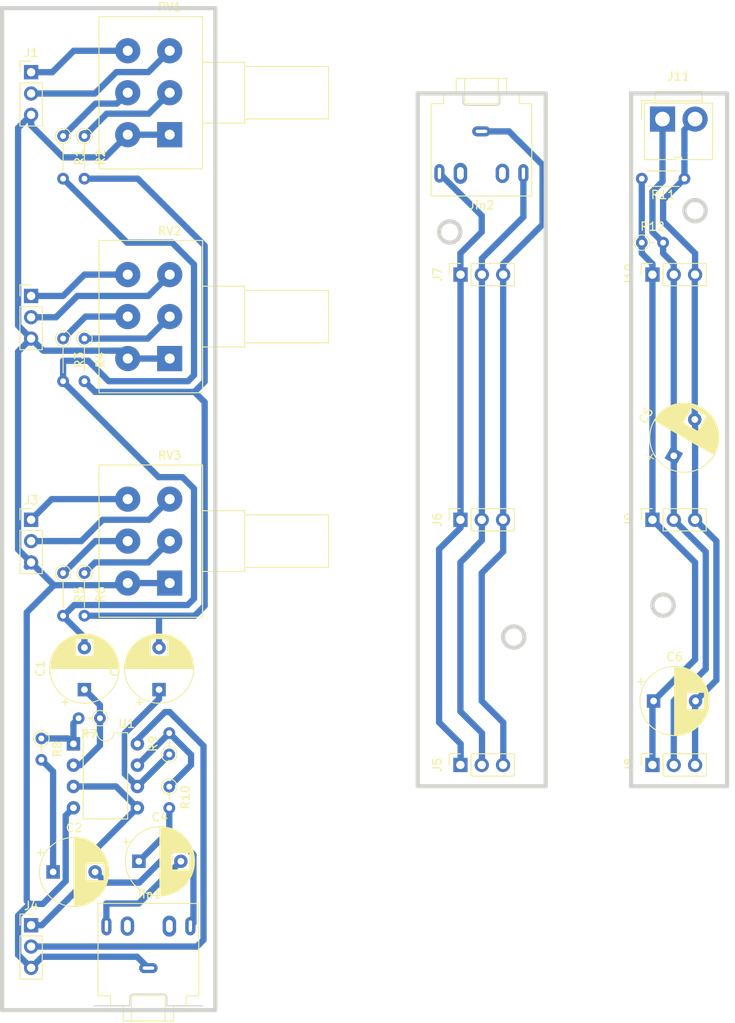
<source format=kicad_pcb>
(kicad_pcb (version 20221018) (generator pcbnew)
  (layers (0 "F.Cu" signal) (31 "B.Cu" signal) (34 "B.Paste" user) (35 "F.Paste" user) (36 "B.SilkS" user "B.Silkscreen") (37 "F.SilkS" user "F.Silkscreen") (38 "B.Mask" user) (39 "F.Mask" user) (44 "Edge.Cuts" user))
  (net 0 "")
  (net 1 "Net-(U1A--)")
  (net 2 "Net-(C1-Pad2)")
  (net 3 "Net-(C2-Pad1)")
  (net 4 "Net-(C2-Pad2)")
  (net 5 "Net-(U1B--)")
  (net 6 "Net-(C3-Pad2)")
  (net 7 "Net-(C4-Pad1)")
  (net 8 "Net-(C4-Pad2)")
  (net 9 "Net-(J1-Pin_1)")
  (net 10 "Net-(J1-Pin_2)")
  (net 11 "GND")
  (net 12 "Net-(J2-Pin_1)")
  (net 13 "Net-(J2-Pin_2)")
  (net 14 "Net-(J3-Pin_1)")
  (net 15 "Net-(J3-Pin_2)")
  (net 16 "Vref")
  (net 17 "Net-(J4-Pin_2)")
  (net 20 "Net-(R1-Pad1)")
  (net 21 "Net-(R2-Pad1)")
  (net 22 "Net-(R3-Pad1)")
  (net 23 "Net-(R4-Pad1)")
  (net 24 "Net-(R5-Pad1)")
  (net 25 "Net-(R6-Pad1)")
  (net 26 "Net-(R7-Pad2)")
  (net 27 "Net-(R10-Pad1)")
  (net 28 "Net-(J5-Pin_1)")
  (net 29 "Net-(J5-Pin_2)")
  (net 30 "Net-(J5-Pin_3)")
  (net 33 "Net-(J10-Pin_2)")
  (net 34 "Net-(J10-Pin_3)")
  (net 35 "Net-(J10-Pin_1)")
  (footprint "Connector_PinSocket_2.54mm:PinSocket_1x03_P2.54mm_Vertical" (layer "F.Cu") (at 108 117.37 90)
    (fp_text reference "J8" (at 0 -2.77 90) (layer "F.SilkS"))
    (fp_text value "PowDistr")
    (pad "1" thru_hole rect (at 0 0 90) (size 1.7 1.7) (drill 1) (layers "*.Cu" "*.Mask") (net 35 "Net-(J10-Pin_1)"))
    (pad "2" thru_hole oval (at 0 2.54 90) (size 1.7 1.7) (drill 1) (layers "*.Cu" "*.Mask") (net 33 "Net-(J10-Pin_2)"))
    (pad "3" thru_hole oval (at 0 5.08 90) (size 1.7 1.7) (drill 1) (layers "*.Cu" "*.Mask") (net 34 "Net-(J10-Pin_3)"))
  )
  (footprint "Connector_PinSocket_2.54mm:PinSocket_1x03_P2.54mm_Vertical" (layer "F.Cu") (at 85.14 58.95 90)
    (fp_text reference "J7" (at 0 -2.77 90) (layer "F.SilkS"))
    (fp_text value "interface3")
    (pad "1" thru_hole rect (at 0 0 90) (size 1.7 1.7) (drill 1) (layers "*.Cu" "*.Mask") (net 28 "Net-(J5-Pin_1)"))
    (pad "2" thru_hole oval (at 0 2.54 90) (size 1.7 1.7) (drill 1) (layers "*.Cu" "*.Mask") (net 29 "Net-(J5-Pin_2)"))
    (pad "3" thru_hole oval (at 0 5.08 90) (size 1.7 1.7) (drill 1) (layers "*.Cu" "*.Mask") (net 30 "Net-(J5-Pin_3)"))
  )
  (footprint "Connector_PinSocket_2.54mm:PinSocket_1x03_P2.54mm_Vertical" (layer "F.Cu") (at 85.125 88.16 90)
    (fp_text reference "J6" (at 0 -2.77 90) (layer "F.SilkS"))
    (fp_text value "interface2")
    (pad "1" thru_hole rect (at 0 0 90) (size 1.7 1.7) (drill 1) (layers "*.Cu" "*.Mask") (net 28 "Net-(J5-Pin_1)"))
    (pad "2" thru_hole oval (at 0 2.54 90) (size 1.7 1.7) (drill 1) (layers "*.Cu" "*.Mask") (net 29 "Net-(J5-Pin_2)"))
    (pad "3" thru_hole oval (at 0 5.08 90) (size 1.7 1.7) (drill 1) (layers "*.Cu" "*.Mask") (net 30 "Net-(J5-Pin_3)"))
  )
  (footprint "Capacitor_THT:CP_Radial_D8.0mm_P5.00mm" (layer "F.Cu") (at 108.137349 109.75)
    (fp_text reference "C6" (at 2.5 -5.25) (layer "F.SilkS"))
    (fp_text value "10u")
    (pad "1" thru_hole rect (at 0 0) (size 1.6 1.6) (drill 0.8) (layers "*.Cu" "*.Mask") (net 35 "Net-(J10-Pin_1)"))
    (pad "2" thru_hole circle (at 5 0) (size 1.6 1.6) (drill 0.8) (layers "*.Cu" "*.Mask") (net 34 "Net-(J10-Pin_3)"))
  )
  (footprint "Capacitor_THT:CP_Radial_D8.0mm_P5.00mm" (layer "F.Cu") (at 110.54 80.54 60)
    (fp_text reference "C5" (at 2.5 -5.25 60) (layer "F.SilkS"))
    (fp_text value "10u")
    (pad "1" thru_hole rect (at 0 0 60) (size 1.6 1.6) (drill 0.8) (layers "*.Cu" "*.Mask") (net 33 "Net-(J10-Pin_2)"))
    (pad "2" thru_hole circle (at 5 0 60) (size 1.6 1.6) (drill 0.8) (layers "*.Cu" "*.Mask") (net 34 "Net-(J10-Pin_3)"))
  )
  (footprint "Resistor_THT:R_Axial_DIN0204_L3.6mm_D1.6mm_P5.08mm_Vertical" (layer "F.Cu") (at 40.335953 94.51 -90)
    (fp_text reference "R6" (at 2.54 -1.92 90) (layer "F.SilkS"))
    (fp_text value "10k")
    (pad "1" thru_hole circle (at 0 0 270) (size 1.4 1.4) (drill 0.7) (layers "*.Cu" "*.Mask") (net 25 "Net-(R6-Pad1)"))
    (pad "2" thru_hole oval (at 5.08 0 270) (size 1.4 1.4) (drill 0.7) (layers "*.Cu" "*.Mask") (net 6 "Net-(C3-Pad2)"))
  )
  (footprint "Resistor_THT:R_Axial_DIN0204_L3.6mm_D1.6mm_P2.54mm_Vertical" (layer "F.Cu") (at 106.73 55.14)
    (fp_text reference "R12" (at 1.27 -1.92) (layer "F.SilkS"))
    (fp_text value "10k")
    (pad "1" thru_hole circle (at 0 0) (size 1.4 1.4) (drill 0.7) (layers "*.Cu" "*.Mask") (net 35 "Net-(J10-Pin_1)"))
    (pad "2" thru_hole oval (at 2.54 0) (size 1.4 1.4) (drill 0.7) (layers "*.Cu" "*.Mask") (net 33 "Net-(J10-Pin_2)"))
  )
  (footprint "Potentiometer_THT:Potentiometer_Alps_RK163_Dual_Horizontal" (layer "F.Cu") (at 50.495953 42.28 180)
    (fp_text reference "RV1" (at -0.000001 15.199999) (layer "F.SilkS"))
    (fp_text value "22k")
    (pad "1" thru_hole rect (at 0 0) (size 3 3) (drill 1.2) (layers "*.Cu" "*.Mask") (net 11 "GND"))
    (pad "2" thru_hole circle (at 0 5) (size 3 3) (drill 1.2) (layers "*.Cu" "*.Mask") (net 21 "Net-(R2-Pad1)"))
    (pad "3" thru_hole circle (at 0 10) (size 3 3) (drill 1.2) (layers "*.Cu" "*.Mask") (net 10 "Net-(J1-Pin_2)"))
    (pad "4" thru_hole circle (at 5 0) (size 3 3) (drill 1.2) (layers "*.Cu" "*.Mask") (net 11 "GND"))
    (pad "5" thru_hole circle (at 5 5) (size 3 3) (drill 1.2) (layers "*.Cu" "*.Mask") (net 20 "Net-(R1-Pad1)"))
    (pad "6" thru_hole circle (at 5 10) (size 3 3) (drill 1.2) (layers "*.Cu" "*.Mask") (net 9 "Net-(J1-Pin_1)"))
  )
  (footprint "Connector_PinHeader_2.54mm:PinHeader_1x03_P2.54mm_Vertical" (layer "F.Cu") (at 33.985953 88.16)
    (fp_text reference "J3" (at 0 -2.33) (layer "F.SilkS"))
    (fp_text value "in3")
    (pad "1" thru_hole rect (at 0 0) (size 1.7 1.7) (drill 1) (layers "*.Cu" "*.Mask") (net 14 "Net-(J3-Pin_1)"))
    (pad "2" thru_hole oval (at 0 2.54) (size 1.7 1.7) (drill 1) (layers "*.Cu" "*.Mask") (net 15 "Net-(J3-Pin_2)"))
    (pad "3" thru_hole oval (at 0 5.08) (size 1.7 1.7) (drill 1) (layers "*.Cu" "*.Mask") (net 11 "GND"))
  )
  (footprint "Resistor_THT:R_Axial_DIN0204_L3.6mm_D1.6mm_P5.08mm_Vertical" (layer "F.Cu") (at 37.795953 66.57 -90)
    (fp_text reference "R3" (at 2.54 -1.92 90) (layer "F.SilkS"))
    (fp_text value "10k")
    (pad "1" thru_hole circle (at 0 0 270) (size 1.4 1.4) (drill 0.7) (layers "*.Cu" "*.Mask") (net 22 "Net-(R3-Pad1)"))
    (pad "2" thru_hole oval (at 5.08 0 270) (size 1.4 1.4) (drill 0.7) (layers "*.Cu" "*.Mask") (net 2 "Net-(C1-Pad2)"))
  )
  (footprint "Package_DIP:DIP-8_W7.62mm" (layer "F.Cu") (at 39.025953 114.855099)
    (fp_text reference "U1" (at 6.34 -2.412651) (layer "F.SilkS"))
    (fp_text value "NE5532")
    (pad "1" thru_hole rect (at 0 0) (size 1.6 1.6) (drill 0.8) (layers "*.Cu" "*.Mask") (net 26 "Net-(R7-Pad2)"))
    (pad "2" thru_hole oval (at 0 2.54) (size 1.6 1.6) (drill 0.8) (layers "*.Cu" "*.Mask") (net 1 "Net-(U1A--)"))
    (pad "3" thru_hole oval (at 0 5.08) (size 1.6 1.6) (drill 0.8) (layers "*.Cu" "*.Mask") (net 16 "Vref"))
    (pad "4" thru_hole oval (at 0 7.62) (size 1.6 1.6) (drill 0.8) (layers "*.Cu" "*.Mask") (net 11 "GND"))
    (pad "5" thru_hole oval (at 7.62 7.62) (size 1.6 1.6) (drill 0.8) (layers "*.Cu" "*.Mask") (net 16 "Vref"))
    (pad "6" thru_hole oval (at 7.62 5.08) (size 1.6 1.6) (drill 0.8) (layers "*.Cu" "*.Mask") (net 5 "Net-(U1B--)"))
    (pad "7" thru_hole oval (at 7.62 2.54) (size 1.6 1.6) (drill 0.8) (layers "*.Cu" "*.Mask") (net 27 "Net-(R10-Pad1)"))
    (pad "8" thru_hole oval (at 7.62 0) (size 1.6 1.6) (drill 0.8) (layers "*.Cu" "*.Mask") (net 17 "Net-(J4-Pin_2)"))
  )
  (footprint "Connector_PinHeader_2.54mm:PinHeader_1x03_P2.54mm_Vertical" (layer "F.Cu") (at 33.985953 61.49)
    (fp_text reference "J2" hide)
    (fp_text value "in2")
    (pad "1" thru_hole rect (at 0 0) (size 1.7 1.7) (drill 1) (layers "*.Cu" "*.Mask") (net 12 "Net-(J2-Pin_1)"))
    (pad "2" thru_hole oval (at 0 2.54) (size 1.7 1.7) (drill 1) (layers "*.Cu" "*.Mask") (net 13 "Net-(J2-Pin_2)"))
    (pad "3" thru_hole oval (at 0 5.08) (size 1.7 1.7) (drill 1) (layers "*.Cu" "*.Mask") (net 11 "GND"))
  )
  (footprint "Resistor_THT:R_Axial_DIN0204_L3.6mm_D1.6mm_P5.08mm_Vertical" (layer "F.Cu") (at 37.795953 94.51 -90)
    (fp_text reference "R5" (at 2.54 -1.92 90) (layer "F.SilkS"))
    (fp_text value "10k")
    (pad "1" thru_hole circle (at 0 0 270) (size 1.4 1.4) (drill 0.7) (layers "*.Cu" "*.Mask") (net 24 "Net-(R5-Pad1)"))
    (pad "2" thru_hole oval (at 5.08 0 270) (size 1.4 1.4) (drill 0.7) (layers "*.Cu" "*.Mask") (net 2 "Net-(C1-Pad2)"))
  )
  (footprint "Connector_Audio:Jack_3.5mm_CUI_SJ1-3525N_Horizontal" (layer "F.Cu") (at 47.955953 141.572448)
    (fp_text reference "Jin1" (at 0 -8.8) (layer "F.SilkS"))
    (fp_text value "MixOut")
    (fp_line (start -2.2 3.5) (end -2.2 4.5) (stroke (width 0.12)) (layer "Edge.Cuts"))
    (fp_line (start -2.2 4.5) (end -6.5 4.5) (stroke (width 0.12)) (layer "Edge.Cuts"))
    (fp_line (start 1.8 3.1) (end -1.8 3.1) (stroke (width 0.12)) (layer "Edge.Cuts"))
    (fp_line (start 2.2 3.5) (end 2.2 4.5) (stroke (width 0.12)) (layer "Edge.Cuts"))
    (fp_line (start 2.2 4.5) (end 6.5 4.5) (stroke (width 0.12)) (layer "Edge.Cuts"))
    (fp_arc (start -2.2 3.5) (mid -2.082842 3.217158) (end -1.8 3.1) (stroke (width 0.12)) (layer "Edge.Cuts"))
    (fp_arc (start 1.8 3.1) (mid 2.082843 3.217157) (end 2.2 3.5) (stroke (width 0.12)) (layer "Edge.Cuts"))
    (pad "" np_thru_hole circle (at -5 0) (size 1.2 1.2) (drill 1.2) (layers "*.Cu"))
    (pad "" np_thru_hole circle (at -5 2.5) (size 1.2 1.2) (drill 1.2) (layers "*.Cu"))
    (pad "" np_thru_hole circle (at 0 -5) (size 1.2 1.2) (drill 1.2) (layers "*.Cu"))
    (pad "" np_thru_hole circle (at 5 0) (size 1.2 1.2) (drill 1.2) (layers "*.Cu"))
    (pad "" np_thru_hole circle (at 5 2.5) (size 1.2 1.2) (drill 1.2) (layers "*.Cu"))
    (pad "R" thru_hole oval (at -5 -5) (size 1.2 2.2) (drill oval 0.4 1.4) (layers "*.Cu" "*.Mask") (net 8 "Net-(C4-Pad2)"))
    (pad "RN" thru_hole oval (at -2.5 -5) (size 1.6 2.3) (drill oval 0.8 1.5) (layers "*.Cu" "*.Mask"))
    (pad "S" thru_hole oval (at 0 0) (size 2.2 1.2) (drill oval 1.4 0.4) (layers "*.Cu" "*.Mask") (net 11 "GND"))
    (pad "T" thru_hole oval (at 5 -5 180) (size 1.2 2.2) (drill oval 0.4 1.4) (layers "*.Cu" "*.Mask") (net 4 "Net-(C2-Pad2)"))
    (pad "TN" thru_hole oval (at 2.5 -5 180) (size 1.6 2.5) (drill oval 0.8 1.5) (layers "*.Cu" "*.Mask"))
  )
  (footprint "Connector_PinSocket_2.54mm:PinSocket_1x03_P2.54mm_Vertical" (layer "F.Cu") (at 108 88.16 90)
    (fp_text reference "J9" (at 0 -2.77 90) (layer "F.SilkS"))
    (fp_text value "PowDistr")
    (pad "1" thru_hole rect (at 0 0 90) (size 1.7 1.7) (drill 1) (layers "*.Cu" "*.Mask") (net 35 "Net-(J10-Pin_1)"))
    (pad "2" thru_hole oval (at 0 2.54 90) (size 1.7 1.7) (drill 1) (layers "*.Cu" "*.Mask") (net 33 "Net-(J10-Pin_2)"))
    (pad "3" thru_hole oval (at 0 5.08 90) (size 1.7 1.7) (drill 1) (layers "*.Cu" "*.Mask") (net 34 "Net-(J10-Pin_3)"))
  )
  (footprint "Capacitor_THT:CP_Radial_D8.0mm_P5.00mm" (layer "F.Cu") (at 40.335953 108.390099 90)
    (fp_text reference "C1" (at 2.5 -5.25 90) (layer "F.SilkS"))
    (fp_text value "10u")
    (pad "1" thru_hole rect (at 0 0 90) (size 1.6 1.6) (drill 0.8) (layers "*.Cu" "*.Mask") (net 1 "Net-(U1A--)"))
    (pad "2" thru_hole circle (at 5 0 90) (size 1.6 1.6) (drill 0.8) (layers "*.Cu" "*.Mask") (net 2 "Net-(C1-Pad2)"))
  )
  (footprint "Connector_PinSocket_2.54mm:PinSocket_1x03_P2.54mm_Vertical" (layer "F.Cu") (at 108 58.95 90)
    (fp_text reference "J10" (at 0 -2.77 90) (layer "F.SilkS"))
    (fp_text value "PowDistr")
    (pad "1" thru_hole rect (at 0 0 90) (size 1.7 1.7) (drill 1) (layers "*.Cu" "*.Mask") (net 35 "Net-(J10-Pin_1)"))
    (pad "2" thru_hole oval (at 0 2.54 90) (size 1.7 1.7) (drill 1) (layers "*.Cu" "*.Mask") (net 33 "Net-(J10-Pin_2)"))
    (pad "3" thru_hole oval (at 0 5.08 90) (size 1.7 1.7) (drill 1) (layers "*.Cu" "*.Mask") (net 34 "Net-(J10-Pin_3)"))
  )
  (footprint "Connector_PinHeader_2.54mm:PinHeader_1x03_P2.54mm_Vertical" (layer "F.Cu") (at 33.985953 136.467448)
    (fp_text reference "J4" (at 0 -2.33) (layer "F.SilkS"))
    (fp_text value "power")
    (pad "1" thru_hole rect (at 0 0) (size 1.7 1.7) (drill 1) (layers "*.Cu" "*.Mask") (net 16 "Vref"))
    (pad "2" thru_hole oval (at 0 2.54) (size 1.7 1.7) (drill 1) (layers "*.Cu" "*.Mask") (net 17 "Net-(J4-Pin_2)"))
    (pad "3" thru_hole oval (at 0 5.08) (size 1.7 1.7) (drill 1) (layers "*.Cu" "*.Mask") (net 11 "GND"))
  )
  (footprint "Resistor_THT:R_Axial_DIN0204_L3.6mm_D1.6mm_P2.54mm_Vertical" (layer "F.Cu") (at 35.205953 114.215099 -90)
    (fp_text reference "R8" (at 1.27 -1.92 -90) (layer "F.SilkS"))
    (fp_text value "100")
    (pad "1" thru_hole circle (at 0 0 270) (size 1.4 1.4) (drill 0.7) (layers "*.Cu" "*.Mask") (net 26 "Net-(R7-Pad2)"))
    (pad "2" thru_hole oval (at 2.54 0 270) (size 1.4 1.4) (drill 0.7) (layers "*.Cu" "*.Mask") (net 3 "Net-(C2-Pad1)"))
  )
  (footprint "Connector_PinHeader_2.54mm:PinHeader_1x03_P2.54mm_Vertical" (layer "F.Cu") (at 33.985953 34.835)
    (fp_text reference "J1" (at 0 -2.33) (layer "F.SilkS"))
    (fp_text value "in1")
    (pad "1" thru_hole rect (at 0 0) (size 1.7 1.7) (drill 1) (layers "*.Cu" "*.Mask") (net 9 "Net-(J1-Pin_1)"))
    (pad "2" thru_hole oval (at 0 2.54) (size 1.7 1.7) (drill 1) (layers "*.Cu" "*.Mask") (net 10 "Net-(J1-Pin_2)"))
    (pad "3" thru_hole oval (at 0 5.08) (size 1.7 1.7) (drill 1) (layers "*.Cu" "*.Mask") (net 11 "GND"))
  )
  (footprint "Resistor_THT:R_Axial_DIN0204_L3.6mm_D1.6mm_P5.08mm_Vertical" (layer "F.Cu") (at 37.795953 42.44 -90)
    (fp_text reference "R1" (at 2.54 -1.92 90) (layer "F.SilkS"))
    (fp_text value "10k")
    (pad "1" thru_hole circle (at 0 0 270) (size 1.4 1.4) (drill 0.7) (layers "*.Cu" "*.Mask") (net 20 "Net-(R1-Pad1)"))
    (pad "2" thru_hole oval (at 5.08 0 270) (size 1.4 1.4) (drill 0.7) (layers "*.Cu" "*.Mask") (net 2 "Net-(C1-Pad2)"))
  )
  (footprint "Resistor_THT:R_Axial_DIN0204_L3.6mm_D1.6mm_P5.08mm_Vertical" (layer "F.Cu") (at 40.335953 66.57 -90)
    (fp_text reference "R4" (at 2.54 -1.92 90) (layer "F.SilkS"))
    (fp_text value "10k")
    (pad "1" thru_hole circle (at 0 0 270) (size 1.4 1.4) (drill 0.7) (layers "*.Cu" "*.Mask") (net 23 "Net-(R4-Pad1)"))
    (pad "2" thru_hole oval (at 5.08 0 270) (size 1.4 1.4) (drill 0.7) (layers "*.Cu" "*.Mask") (net 6 "Net-(C3-Pad2)"))
  )
  (footprint "Connector_Audio:Jack_3.5mm_CUI_SJ1-3525N_Horizontal" (layer "F.Cu") (at 87.625 41.885 180)
    (fp_text reference "Jin2" (at 0 -8.8) (layer "F.SilkS"))
    (fp_text value "Input")
    (fp_line (start -2.2 3.5) (end -2.2 4.5) (stroke (width 0.12)) (layer "Edge.Cuts"))
    (fp_line (start -2.2 4.5) (end -6.5 4.5) (stroke (width 0.12)) (layer "Edge.Cuts"))
    (fp_line (start 1.8 3.1) (end -1.8 3.1) (stroke (width 0.12)) (layer "Edge.Cuts"))
    (fp_line (start 2.2 3.5) (end 2.2 4.5) (stroke (width 0.12)) (layer "Edge.Cuts"))
    (fp_line (start 2.2 4.5) (end 6.5 4.5) (stroke (width 0.12)) (layer "Edge.Cuts"))
    (fp_arc (start -2.2 3.5) (mid -2.082842 3.217158) (end -1.8 3.1) (stroke (width 0.12)) (layer "Edge.Cuts"))
    (fp_arc (start 1.8 3.1) (mid 2.082843 3.217157) (end 2.2 3.5) (stroke (width 0.12)) (layer "Edge.Cuts"))
    (pad "" np_thru_hole circle (at -5 0 180) (size 1.2 1.2) (drill 1.2) (layers "F&B.Cu"))
    (pad "" np_thru_hole circle (at -5 2.5 180) (size 1.2 1.2) (drill 1.2) (layers "F&B.Cu"))
    (pad "" np_thru_hole circle (at 0 -5 180) (size 1.2 1.2) (drill 1.2) (layers "F&B.Cu"))
    (pad "" np_thru_hole circle (at 5 0 180) (size 1.2 1.2) (drill 1.2) (layers "F&B.Cu"))
    (pad "" np_thru_hole circle (at 5 2.5 180) (size 1.2 1.2) (drill 1.2) (layers "F&B.Cu"))
    (pad "R" thru_hole oval (at -5 -5 180) (size 1.2 2.2) (drill oval 0.4 1.4) (layers "*.Cu" "*.Mask") (net 29 "Net-(J5-Pin_2)"))
    (pad "RN" thru_hole oval (at -2.5 -5 180) (size 1.6 2.3) (drill oval 0.8 1.5) (layers "*.Cu" "*.Mask"))
    (pad "S" thru_hole oval (at 0 0 180) (size 2.2 1.2) (drill oval 1.4 0.4) (layers "*.Cu" "*.Mask") (net 30 "Net-(J5-Pin_3)"))
    (pad "T" thru_hole oval (at 5 -5) (size 1.2 2.2) (drill oval 0.4 1.4) (layers "*.Cu" "*.Mask") (net 28 "Net-(J5-Pin_1)"))
    (pad "TN" thru_hole oval (at 2.5 -5) (size 1.6 2.5) (drill oval 0.8 1.5) (layers "*.Cu" "*.Mask"))
  )
  (footprint "Capacitor_THT:CP_Radial_D8.0mm_P5.00mm" (layer "F.Cu") (at 36.605953 130.117448)
    (fp_text reference "C2" (at 2.5 -5.25) (layer "F.SilkS"))
    (fp_text value "10u")
    (pad "1" thru_hole rect (at 0 0) (size 1.6 1.6) (drill 0.8) (layers "*.Cu" "*.Mask") (net 3 "Net-(C2-Pad1)"))
    (pad "2" thru_hole circle (at 5 0) (size 1.6 1.6) (drill 0.8) (layers "*.Cu" "*.Mask") (net 4 "Net-(C2-Pad2)"))
  )
  (footprint "Capacitor_THT:CP_Radial_D8.0mm_P5.00mm" (layer "F.Cu") (at 46.823302 128.847448)
    (fp_text reference "C4" (at 2.5 -5.25) (layer "F.SilkS"))
    (fp_text value "10u")
    (pad "1" thru_hole rect (at 0 0) (size 1.6 1.6) (drill 0.8) (layers "*.Cu" "*.Mask") (net 7 "Net-(C4-Pad1)"))
    (pad "2" thru_hole circle (at 5 0) (size 1.6 1.6) (drill 0.8) (layers "*.Cu" "*.Mask") (net 8 "Net-(C4-Pad2)"))
  )
  (footprint "Resistor_THT:R_Axial_DIN0204_L3.6mm_D1.6mm_P2.54mm_Vertical" (layer "F.Cu") (at 50.445953 116.115099 90)
    (fp_text reference "R9" (at 1.27 -1.92 90) (layer "F.SilkS"))
    (fp_text value "10k")
    (pad "1" thru_hole circle (at 0 0 90) (size 1.4 1.4) (drill 0.7) (layers "*.Cu" "*.Mask") (net 5 "Net-(U1B--)"))
    (pad "2" thru_hole oval (at 2.54 0 90) (size 1.4 1.4) (drill 0.7) (layers "*.Cu" "*.Mask") (net 27 "Net-(R10-Pad1)"))
  )
  (footprint "Potentiometer_THT:Potentiometer_Alps_RK163_Dual_Horizontal" (layer "F.Cu") (at 50.495953 95.7 180)
    (fp_text reference "RV3" (at -0.000001 15.199999) (layer "F.SilkS"))
    (fp_text value "22k")
    (pad "1" thru_hole rect (at 0 0) (size 3 3) (drill 1.2) (layers "*.Cu" "*.Mask") (net 11 "GND"))
    (pad "2" thru_hole circle (at 0 5) (size 3 3) (drill 1.2) (layers "*.Cu" "*.Mask") (net 25 "Net-(R6-Pad1)"))
    (pad "3" thru_hole circle (at 0 10) (size 3 3) (drill 1.2) (layers "*.Cu" "*.Mask") (net 15 "Net-(J3-Pin_2)"))
    (pad "4" thru_hole circle (at 5 0) (size 3 3) (drill 1.2) (layers "*.Cu" "*.Mask") (net 11 "GND"))
    (pad "5" thru_hole circle (at 5 5) (size 3 3) (drill 1.2) (layers "*.Cu" "*.Mask") (net 24 "Net-(R5-Pad1)"))
    (pad "6" thru_hole circle (at 5 10) (size 3 3) (drill 1.2) (layers "*.Cu" "*.Mask") (net 14 "Net-(J3-Pin_1)"))
  )
  (footprint "Connector_PinSocket_2.54mm:PinSocket_1x03_P2.54mm_Vertical" (layer "F.Cu") (at 85.125 117.37 90)
    (fp_text reference "J5" (at 0 -2.77 90) (layer "F.SilkS"))
    (fp_text value "interface1")
    (pad "1" thru_hole rect (at 0 0 90) (size 1.7 1.7) (drill 1) (layers "*.Cu" "*.Mask") (net 28 "Net-(J5-Pin_1)"))
    (pad "2" thru_hole oval (at 0 2.54 90) (size 1.7 1.7) (drill 1) (layers "*.Cu" "*.Mask") (net 29 "Net-(J5-Pin_2)"))
    (pad "3" thru_hole oval (at 0 5.08 90) (size 1.7 1.7) (drill 1) (layers "*.Cu" "*.Mask") (net 30 "Net-(J5-Pin_3)"))
  )
  (footprint "Resistor_THT:R_Axial_DIN0204_L3.6mm_D1.6mm_P2.54mm_Vertical" (layer "F.Cu") (at 42.185953 111.802448 180)
    (fp_text reference "R7" (at 1.27 -1.92 180) (layer "F.SilkS"))
    (fp_text value "10k")
    (pad "1" thru_hole circle (at 0 0 180) (size 1.4 1.4) (drill 0.7) (layers "*.Cu" "*.Mask") (net 1 "Net-(U1A--)"))
    (pad "2" thru_hole oval (at 2.54 0 180) (size 1.4 1.4) (drill 0.7) (layers "*.Cu" "*.Mask") (net 26 "Net-(R7-Pad2)"))
  )
  (footprint "Capacitor_THT:CP_Radial_D8.0mm_P5.00mm" (layer "F.Cu") (at 49.225953 108.390099 90)
    (fp_text reference "C3" (at 2.5 -5.25 90) (layer "F.SilkS"))
    (fp_text value "10u")
    (pad "1" thru_hole rect (at 0 0 90) (size 1.6 1.6) (drill 0.8) (layers "*.Cu" "*.Mask") (net 5 "Net-(U1B--)"))
    (pad "2" thru_hole circle (at 5 0 90) (size 1.6 1.6) (drill 0.8) (layers "*.Cu" "*.Mask") (net 6 "Net-(C3-Pad2)"))
  )
  (footprint "Connector:JWT_A3963_1x02_P3.96mm_Vertical" (layer "F.Cu") (at 109.2 40.42)
    (fp_text reference "J11" (at 1.91 -5.08) (layer "F.SilkS"))
    (fp_text value "12v")
    (pad "1" thru_hole rect (at 0 0) (size 3 3) (drill 1.75) (layers "*.Cu" "*.Mask") (net 33 "Net-(J10-Pin_2)"))
    (pad "2" thru_hole circle (at 3.88 0) (size 3 3) (drill 1.75) (layers "*.Cu" "*.Mask") (net 34 "Net-(J10-Pin_3)"))
  )
  (footprint "Resistor_THT:R_Axial_DIN0204_L3.6mm_D1.6mm_P2.54mm_Vertical" (layer "F.Cu") (at 50.445953 119.957448 -90)
    (fp_text reference "R10" (at 1.27 -1.92 -90) (layer "F.SilkS"))
    (fp_text value "100")
    (pad "1" thru_hole circle (at 0 0 270) (size 1.4 1.4) (drill 0.7) (layers "*.Cu" "*.Mask") (net 27 "Net-(R10-Pad1)"))
    (pad "2" thru_hole oval (at 2.54 0 270) (size 1.4 1.4) (drill 0.7) (layers "*.Cu" "*.Mask") (net 7 "Net-(C4-Pad1)"))
  )
  (footprint "Resistor_THT:R_Axial_DIN0204_L3.6mm_D1.6mm_P5.08mm_Horizontal" (layer "F.Cu") (at 111.81 47.52 180)
    (fp_text reference "R11" (at 2.54 -1.92) (layer "F.SilkS"))
    (fp_text value "10k")
    (pad "1" thru_hole circle (at 0 0 180) (size 1.4 1.4) (drill 0.7) (layers "*.Cu" "*.Mask") (net 34 "Net-(J10-Pin_3)"))
    (pad "2" thru_hole oval (at 5.08 0 180) (size 1.4 1.4) (drill 0.7) (layers "*.Cu" "*.Mask") (net 35 "Net-(J10-Pin_1)"))
  )
  (footprint "Potentiometer_THT:Potentiometer_Alps_RK163_Dual_Horizontal" (layer "F.Cu") (at 50.495953 68.95 180)
    (fp_text reference "RV2" (at -0.000001 15.199999) (layer "F.SilkS"))
    (fp_text value "22k")
    (pad "1" thru_hole rect (at 0 0) (size 3 3) (drill 1.2) (layers "*.Cu" "*.Mask") (net 11 "GND"))
    (pad "2" thru_hole circle (at 0 5) (size 3 3) (drill 1.2) (layers "*.Cu" "*.Mask") (net 23 "Net-(R4-Pad1)"))
    (pad "3" thru_hole circle (at 0 10) (size 3 3) (drill 1.2) (layers "*.Cu" "*.Mask") (net 13 "Net-(J2-Pin_2)"))
    (pad "4" thru_hole circle (at 5 0) (size 3 3) (drill 1.2) (layers "*.Cu" "*.Mask") (net 11 "GND"))
    (pad "5" thru_hole circle (at 5 5) (size 3 3) (drill 1.2) (layers "*.Cu" "*.Mask") (net 22 "Net-(R3-Pad1)"))
    (pad "6" thru_hole circle (at 5 10) (size 3 3) (drill 1.2) (layers "*.Cu" "*.Mask") (net 12 "Net-(J2-Pin_1)"))
  )
  (footprint "Resistor_THT:R_Axial_DIN0204_L3.6mm_D1.6mm_P5.08mm_Vertical" (layer "F.Cu") (at 40.335953 42.44 -90)
    (fp_text reference "R2" (at 2.54 -1.92 90) (layer "F.SilkS"))
    (fp_text value "10k")
    (pad "1" thru_hole circle (at 0 0 270) (size 1.4 1.4) (drill 0.7) (layers "*.Cu" "*.Mask") (net 21 "Net-(R2-Pad1)"))
    (pad "2" thru_hole oval (at 5.08 0 270) (size 1.4 1.4) (drill 0.7) (layers "*.Cu" "*.Mask") (net 6 "Net-(C3-Pad2)"))
  )
  (gr_rect (start 105.46 37.36) (end 116.89 119.91) (stroke (width 0.5)) (fill none) (layer "Edge.Cuts"))
  (gr_rect (start 30.53 27.2) (end 55.93 146.58) (stroke (width 0.5)) (fill none) (layer "Edge.Cuts"))
  (gr_circle (center 109.27 98.32) (end 110.54 98.32) (stroke (width 0.5)) (fill none) (layer "Edge.Cuts"))
  (gr_circle (center 113.08 51.33) (end 114.35 51.33) (stroke (width 0.5)) (fill none) (layer "Edge.Cuts"))
  (gr_circle (center 83.855 53.87) (end 85.125 53.87) (stroke (width 0.5)) (fill none) (layer "Edge.Cuts"))
  (gr_rect (start 80.045 37.36) (end 95.285 119.91) (stroke (width 0.5)) (fill none) (layer "Edge.Cuts"))
  (gr_circle (center 91.475 102.13) (end 92.745 102.13) (stroke (width 0.5)) (fill none) (layer "Edge.Cuts"))
  (segment (start 42.185953 111.802448) (end 42.185953 110.240099) (width 0.75) (layer "B.Cu") (net 1))
  (segment (start 39.825953 117.395099) (end 39.025953 117.395099) (width 0.75) (layer "B.Cu") (net 1))
  (segment (start 42.185953 111.802448) (end 42.185953 115.035099) (width 0.75) (layer "B.Cu") (net 1))
  (segment (start 42.185953 115.035099) (end 39.825953 117.395099) (width 0.75) (layer "B.Cu") (net 1))
  (segment (start 42.185953 110.240099) (end 40.335953 108.390099) (width 0.75) (layer "B.Cu") (net 1))
  (segment (start 53.39 57.749317) (end 53.39 70.931476) (width 0.75) (layer "B.Cu") (net 2))
  (segment (start 53.39 70.931476) (end 52.671476 71.65) (width 0.75) (layer "B.Cu") (net 2))
  (segment (start 37.795953 69.214896) (end 37.795953 71.7) (width 0.75) (layer "B.Cu") (net 2))
  (segment (start 40.794896 69.214896) (end 37.795953 69.214896) (width 0.75) (layer "B.Cu") (net 2))
  (segment (start 37.795953 47.52) (end 45.415953 55.14) (width 0.75) (layer "B.Cu") (net 2))
  (segment (start 37.795953 99.64) (end 40.335953 102.18) (width 0.75) (layer "B.Cu") (net 2))
  (segment (start 53.39 97.557952) (end 52.627952 98.32) (width 0.75) (layer "B.Cu") (net 2))
  (segment (start 37.795953 71.7) (end 49.175953 83.08) (width 0.75) (layer "B.Cu") (net 2))
  (segment (start 52.010683 83.08) (end 53.39 84.459317) (width 0.75) (layer "B.Cu") (net 2))
  (segment (start 45.415953 55.14) (end 50.780683 55.14) (width 0.75) (layer "B.Cu") (net 2))
  (segment (start 52.627952 98.32) (end 39.115953 98.32) (width 0.75) (layer "B.Cu") (net 2))
  (segment (start 53.39 84.459317) (end 53.39 97.557952) (width 0.75) (layer "B.Cu") (net 2))
  (segment (start 40.335953 102.18) (end 40.335953 103.390099) (width 0.75) (layer "B.Cu") (net 2))
  (segment (start 43.23 71.65) (end 40.794896 69.214896) (width 0.75) (layer "B.Cu") (net 2))
  (segment (start 39.115953 98.32) (end 37.795953 99.64) (width 0.75) (layer "B.Cu") (net 2))
  (segment (start 52.671476 71.65) (end 43.23 71.65) (width 0.75) (layer "B.Cu") (net 2))
  (segment (start 50.780683 55.14) (end 53.39 57.749317) (width 0.75) (layer "B.Cu") (net 2))
  (segment (start 49.175953 83.08) (end 52.010683 83.08) (width 0.75) (layer "B.Cu") (net 2))
  (segment (start 36.605953 118.155099) (end 36.605953 130.117448) (width 0.75) (layer "B.Cu") (net 3))
  (segment (start 35.205953 116.755099) (end 36.605953 118.155099) (width 0.75) (layer "B.Cu") (net 3))
  (segment (start 46.873252 131.387448) (end 51.767492 126.493208) (width 0.75) (layer "B.Cu") (net 4))
  (segment (start 51.767492 126.493208) (end 53.323302 128.049019) (width 0.75) (layer "B.Cu") (net 4))
  (segment (start 42.875953 131.387448) (end 46.873252 131.387448) (width 0.75) (layer "B.Cu") (net 4))
  (segment (start 41.605953 130.117448) (end 42.875953 131.387448) (width 0.75) (layer "B.Cu") (net 4))
  (segment (start 53.323302 136.205099) (end 52.955953 136.572448) (width 0.75) (layer "B.Cu") (net 4))
  (segment (start 53.323302 128.049019) (end 53.323302 136.205099) (width 0.75) (layer "B.Cu") (net 4))
  (segment (start 46.645953 119.935099) (end 45.145953 118.435099) (width 0.75) (layer "B.Cu") (net 5))
  (segment (start 50.445953 116.115099) (end 50.445953 116.135099) (width 0.75) (layer "B.Cu") (net 5))
  (segment (start 49.225953 109.507155) (end 49.225953 108.390099) (width 0.75) (layer "B.Cu") (net 5))
  (segment (start 45.145953 113.587155) (end 49.225953 109.507155) (width 0.75) (layer "B.Cu") (net 5))
  (segment (start 45.145953 118.435099) (end 45.145953 113.587155) (width 0.75) (layer "B.Cu") (net 5))
  (segment (start 50.445953 116.135099) (end 46.645953 119.935099) (width 0.75) (layer "B.Cu") (net 5))
  (segment (start 49.225953 99.59) (end 53.47648 99.59) (width 0.75) (layer "B.Cu") (net 6))
  (segment (start 46.685953 47.52) (end 40.335953 47.52) (width 0.75) (layer "B.Cu") (net 6))
  (segment (start 54.66 55.494047) (end 46.685953 47.52) (width 0.75) (layer "B.Cu") (net 6))
  (segment (start 53.43648 72.92) (end 54.66 71.69648) (width 0.75) (layer "B.Cu") (net 6))
  (segment (start 53.47648 99.59) (end 54.66 98.40648) (width 0.75) (layer "B.Cu") (net 6))
  (segment (start 54.66 71.69648) (end 54.66 55.494047) (width 0.75) (layer "B.Cu") (net 6))
  (segment (start 54.66 74.14352) (end 53.43648 72.92) (width 0.75) (layer "B.Cu") (net 6))
  (segment (start 54.66 98.40648) (end 54.66 74.14352) (width 0.75) (layer "B.Cu") (net 6))
  (segment (start 49.225953 103.390099) (end 49.225953 99.59) (width 0.75) (layer "B.Cu") (net 6))
  (segment (start 40.335953 99.59) (end 49.225953 99.59) (width 0.75) (layer "B.Cu") (net 6))
  (segment (start 40.335953 71.65) (end 41.605953 72.92) (width 0.75) (layer "B.Cu") (net 6))
  (segment (start 41.605953 72.92) (end 53.43648 72.92) (width 0.75) (layer "B.Cu") (net 6))
  (segment (start 50.445953 125.224797) (end 46.823302 128.847448) (width 0.75) (layer "B.Cu") (net 7))
  (segment (start 50.445953 122.497448) (end 50.445953 125.224797) (width 0.75) (layer "B.Cu") (net 7))
  (segment (start 46.79075 133.88) (end 42.955953 133.88) (width 0.75) (layer "B.Cu") (net 8))
  (segment (start 51.823302 128.847448) (end 46.79075 133.88) (width 0.75) (layer "B.Cu") (net 8))
  (segment (start 42.955953 133.88) (end 42.955953 136.572448) (width 0.75) (layer "B.Cu") (net 8))
  (segment (start 39.065953 32.28) (end 45.495953 32.28) (width 0.75) (layer "B.Cu") (net 9))
  (segment (start 36.510953 34.835) (end 39.065953 32.28) (width 0.75) (layer "B.Cu") (net 9))
  (segment (start 33.985953 34.835) (end 36.510953 34.835) (width 0.75) (layer "B.Cu") (net 9))
  (segment (start 47.955953 34.82) (end 50.495953 32.28) (width 0.75) (layer "B.Cu") (net 10))
  (segment (start 44.145953 34.82) (end 47.955953 34.82) (width 0.75) (layer "B.Cu") (net 10))
  (segment (start 33.985953 37.375) (end 41.590953 37.375) (width 0.75) (layer "B.Cu") (net 10))
  (segment (start 41.590953 37.375) (end 44.145953 34.82) (width 0.75) (layer "B.Cu") (net 10))
  (segment (start 38.105953 131.207398) (end 35.385903 133.927448) (width 0.75) (layer "B.Cu") (net 11))
  (segment (start 42.795953 44.98) (end 37.795953 44.98) (width 0.75) (layer "B.Cu") (net 11))
  (segment (start 37.795953 44.98) (end 33.985953 41.17) (width 0.75) (layer "B.Cu") (net 11))
  (segment (start 45.495953 95.7) (end 50.495953 95.7) (width 0.75) (layer "B.Cu") (net 11))
  (segment (start 32.435953 91.69) (end 32.435953 68.12) (width 0.75) (layer "B.Cu") (net 11))
  (segment (start 35.430849 68.014896) (end 44.560849 68.014896) (width 0.75) (layer "B.Cu") (net 11))
  (segment (start 33.985953 66.57) (end 32.435953 65.02) (width 0.75) (layer "B.Cu") (net 11))
  (segment (start 33.836003 133.927448) (end 32.435953 135.327498) (width 0.75) (layer "B.Cu") (net 11))
  (segment (start 35.385903 133.927448) (end 33.836003 133.927448) (width 0.75) (layer "B.Cu") (net 11))
  (segment (start 45.241057 95.954896) (end 45.495953 95.7) (width 0.75) (layer "B.Cu") (net 11))
  (segment (start 36.700849 95.954896) (end 45.241057 95.954896) (width 0.75) (layer "B.Cu") (net 11))
  (segment (start 35.310953 140.222448) (end 46.605953 140.222448) (width 0.75) (layer "B.Cu") (net 11))
  (segment (start 45.495953 42.28) (end 50.495953 42.28) (width 0.75) (layer "B.Cu") (net 11))
  (segment (start 32.435953 68.12) (end 33.985953 66.57) (width 0.75) (layer "B.Cu") (net 11))
  (segment (start 39.025953 122.475099) (end 38.105953 123.395099) (width 0.75) (layer "B.Cu") (net 11))
  (segment (start 45.495953 42.28) (end 42.795953 44.98) (width 0.75) (layer "B.Cu") (net 11))
  (segment (start 44.560849 68.014896) (end 45.495953 68.95) (width 0.75) (layer "B.Cu") (net 11))
  (segment (start 50.495953 68.95) (end 45.495953 68.95) (width 0.75) (layer "B.Cu") (net 11))
  (segment (start 32.435953 135.327498) (end 32.435953 139.997448) (width 0.75) (layer "B.Cu") (net 11))
  (segment (start 46.605953 140.222448) (end 47.955953 141.572448) (width 0.75) (layer "B.Cu") (net 11))
  (segment (start 33.985953 66.57) (end 35.430849 68.014896) (width 0.75) (layer "B.Cu") (net 11))
  (segment (start 33.985953 93.24) (end 36.700849 95.954896) (width 0.75) (layer "B.Cu") (net 11))
  (segment (start 33.985953 141.547448) (end 35.310953 140.222448) (width 0.75) (layer "B.Cu") (net 11))
  (segment (start 33.465953 93.76) (end 33.985953 93.24) (width 0.75) (layer "B.Cu") (net 11))
  (segment (start 33.985953 93.24) (end 32.435953 91.69) (width 0.75) (layer "B.Cu") (net 11))
  (segment (start 33.985953 41.17) (end 33.985953 39.915) (width 0.75) (layer "B.Cu") (net 11))
  (segment (start 33.465953 133.557398) (end 33.836003 133.927448) (width 0.75) (layer "B.Cu") (net 11))
  (segment (start 32.435953 139.997448) (end 33.985953 141.547448) (width 0.75) (layer "B.Cu") (net 11))
  (segment (start 32.435953 41.465) (end 33.985953 39.915) (width 0.75) (layer "B.Cu") (net 11))
  (segment (start 32.435953 65.02) (end 32.435953 41.465) (width 0.75) (layer "B.Cu") (net 11))
  (segment (start 38.105953 123.395099) (end 38.105953 131.207398) (width 0.75) (layer "B.Cu") (net 11))
  (segment (start 33.465953 99.189792) (end 33.465953 133.557398) (width 0.75) (layer "B.Cu") (net 11))
  (segment (start 36.700849 95.954896) (end 33.465953 99.189792) (width 0.75) (layer "B.Cu") (net 11))
  (segment (start 37.795953 61.49) (end 40.335953 58.95) (width 0.75) (layer "B.Cu") (net 12))
  (segment (start 33.985953 61.49) (end 37.795953 61.49) (width 0.75) (layer "B.Cu") (net 12))
  (segment (start 40.335953 58.95) (end 45.495953 58.95) (width 0.75) (layer "B.Cu") (net 12))
  (segment (start 39.493009 61.49) (end 47.955953 61.49) (width 0.75) (layer "B.Cu") (net 13))
  (segment (start 47.955953 61.49) (end 50.495953 58.95) (width 0.75) (layer "B.Cu") (net 13))
  (segment (start 33.985953 64.03) (end 36.953009 64.03) (width 0.75) (layer "B.Cu") (net 13))
  (segment (start 36.953009 64.03) (end 39.493009 61.49) (width 0.75) (layer "B.Cu") (net 13))
  (segment (start 36.445953 85.7) (end 45.495953 85.7) (width 0.75) (layer "B.Cu") (net 14))
  (segment (start 33.985953 88.16) (end 36.445953 85.7) (width 0.75) (layer "B.Cu") (net 14))
  (segment (start 33.985953 90.7) (end 39.958897 90.7) (width 0.75) (layer "B.Cu") (net 15))
  (segment (start 42.498897 88.16) (end 48.035953 88.16) (width 0.75) (layer "B.Cu") (net 15))
  (segment (start 48.035953 88.16) (end 50.495953 85.7) (width 0.75) (layer "B.Cu") (net 15))
  (segment (start 39.958897 90.7) (end 42.498897 88.16) (width 0.75) (layer "B.Cu") (net 15))
  (segment (start 40.105953 129.015099) (end 46.645953 122.475099) (width 0.75) (layer "B.Cu") (net 16))
  (segment (start 39.025953 119.935099) (end 44.105953 119.935099) (width 0.75) (layer "B.Cu") (net 16))
  (segment (start 33.985953 136.467448) (end 35.255953 136.467448) (width 0.75) (layer "B.Cu") (net 16))
  (segment (start 35.255953 136.467448) (end 40.105953 131.617448) (width 0.75) (layer "B.Cu") (net 16))
  (segment (start 40.105953 131.617448) (end 40.105953 129.015099) (width 0.75) (layer "B.Cu") (net 16))
  (segment (start 44.105953 119.935099) (end 46.645953 122.475099) (width 0.75) (layer "B.Cu") (net 16))
  (segment (start 33.985953 139.007448) (end 53.735992 139.007448) (width 0.75) (layer "B.Cu") (net 17))
  (segment (start 50.495953 111.067448) (end 49.929334 111.067448) (width 0.75) (layer "B.Cu") (net 17))
  (segment (start 49.929334 111.067448) (end 46.645953 114.350829) (width 0.75) (layer "B.Cu") (net 17))
  (segment (start 54.523302 115.094797) (end 50.495953 111.067448) (width 0.75) (layer "B.Cu") (net 17))
  (segment (start 53.735992 139.007448) (end 54.523302 138.220138) (width 0.75) (layer "B.Cu") (net 17))
  (segment (start 54.523302 138.220138) (end 54.523302 115.094797) (width 0.75) (layer "B.Cu") (net 17))
  (segment (start 46.645953 114.350829) (end 46.645953 114.855099) (width 0.75) (layer "B.Cu") (net 17))
  (segment (start 41.660953 38.575) (end 44.200953 38.575) (width 0.75) (layer "B.Cu") (net 20))
  (segment (start 44.200953 38.575) (end 45.495953 37.28) (width 0.75) (layer "B.Cu") (net 20))
  (segment (start 37.795953 42.44) (end 41.660953 38.575) (width 0.75) (layer "B.Cu") (net 20))
  (segment (start 43.000953 39.775) (end 48.000953 39.775) (width 0.75) (layer "B.Cu") (net 21))
  (segment (start 48.000953 39.775) (end 50.495953 37.28) (width 0.75) (layer "B.Cu") (net 21))
  (segment (start 40.335953 42.44) (end 43.000953 39.775) (width 0.75) (layer "B.Cu") (net 21))
  (segment (start 40.465953 63.95) (end 45.495953 63.95) (width 0.75) (layer "B.Cu") (net 22))
  (segment (start 37.845953 66.57) (end 40.465953 63.95) (width 0.75) (layer "B.Cu") (net 22))
  (segment (start 37.795953 66.57) (end 37.845953 66.57) (width 0.75) (layer "B.Cu") (net 22))
  (segment (start 47.875953 66.57) (end 50.495953 63.95) (width 0.75) (layer "B.Cu") (net 23))
  (segment (start 40.335953 66.57) (end 47.875953 66.57) (width 0.75) (layer "B.Cu") (net 23))
  (segment (start 41.655953 90.7) (end 45.495953 90.7) (width 0.75) (layer "B.Cu") (net 24))
  (segment (start 37.795953 94.56) (end 41.655953 90.7) (width 0.75) (layer "B.Cu") (net 24))
  (segment (start 41.605953 93.24) (end 47.955953 93.24) (width 0.75) (layer "B.Cu") (net 25))
  (segment (start 47.955953 93.24) (end 50.495953 90.7) (width 0.75) (layer "B.Cu") (net 25))
  (segment (start 40.335953 94.51) (end 41.605953 93.24) (width 0.75) (layer "B.Cu") (net 25))
  (segment (start 38.385953 114.215099) (end 39.025953 114.855099) (width 0.75) (layer "B.Cu") (net 26))
  (segment (start 39.025953 112.422448) (end 39.025953 114.855099) (width 0.75) (layer "B.Cu") (net 26))
  (segment (start 35.205953 114.215099) (end 38.385953 114.215099) (width 0.75) (layer "B.Cu") (net 26))
  (segment (start 39.645953 111.802448) (end 39.025953 112.422448) (width 0.75) (layer "B.Cu") (net 26))
  (segment (start 50.445953 119.957448) (end 53.035953 117.367448) (width 0.75) (layer "B.Cu") (net 27))
  (segment (start 53.035953 116.165099) (end 50.445953 113.575099) (width 0.75) (layer "B.Cu") (net 27))
  (segment (start 50.445953 113.575099) (end 50.445953 113.595099) (width 0.75) (layer "B.Cu") (net 27))
  (segment (start 50.445953 113.595099) (end 46.645953 117.395099) (width 0.75) (layer "B.Cu") (net 27))
  (segment (start 53.035953 117.367448) (end 53.035953 116.165099) (width 0.75) (layer "B.Cu") (net 27))
  (segment (start 85.14 89.105) (end 85.14 87.525) (width 0.75) (layer "B.Cu") (net 28))
  (segment (start 85.125 58.3) (end 85.125 56.41) (width 0.75) (layer "B.Cu") (net 28))
  (segment (start 82.585 91.66) (end 85.14 89.105) (width 0.75) (layer "B.Cu") (net 28))
  (segment (start 85.14 58.315) (end 85.125 58.3) (width 0.75) (layer "B.Cu") (net 28))
  (segment (start 87.665 51.925) (end 82.625 46.885) (width 0.75) (layer "B.Cu") (net 28))
  (segment (start 85.155 116.71) (end 85.155 114.86) (width 0.75) (layer "B.Cu") (net 28))
  (segment (start 85.155 114.86) (end 82.585 112.29) (width 0.75) (layer "B.Cu") (net 28))
  (segment (start 85.125 56.41) (end 87.665 53.87) (width 0.75) (layer "B.Cu") (net 28))
  (segment (start 85.14 87.525) (end 85.14 58.315) (width 0.75) (layer "B.Cu") (net 28))
  (segment (start 87.665 53.87) (end 87.665 51.925) (width 0.75) (layer "B.Cu") (net 28))
  (segment (start 85.155 116.71) (end 85.14 116.695) (width 0.75) (layer "B.Cu") (net 28))
  (segment (start 82.585 112.29) (end 82.585 91.66) (width 0.75) (layer "B.Cu") (net 28))
  (segment (start 82.585 46.925) (end 82.625 46.885) (width 0.75) (layer "B.Cu") (net 28))
  (segment (start 85.125 93.24) (end 86.715 91.65) (width 0.75) (layer "B.Cu") (net 29))
  (segment (start 87.68 90.611498) (end 87.68 87.525) (width 0.75) (layer "B.Cu") (net 29))
  (segment (start 85.125 111.001624) (end 85.125 93.24) (width 0.75) (layer "B.Cu") (net 29))
  (segment (start 86.715 91.576498) (end 87.68 90.611498) (width 0.75) (layer "B.Cu") (net 29))
  (segment (start 92.625 52.085) (end 92.625 46.885) (width 0.75) (layer "B.Cu") (net 29))
  (segment (start 87.695 113.571624) (end 85.125 111.001624) (width 0.75) (layer "B.Cu") (net 29))
  (segment (start 87.68 57.03) (end 92.625 52.085) (width 0.75) (layer "B.Cu") (net 29))
  (segment (start 87.695 116.71) (end 87.695 113.571624) (width 0.75) (layer "B.Cu") (net 29))
  (segment (start 87.695 116.71) (end 87.68 116.695) (width 0.75) (layer "B.Cu") (net 29))
  (segment (start 86.715 91.65) (end 86.715 91.576498) (width 0.75) (layer "B.Cu") (net 29))
  (segment (start 87.68 87.525) (end 87.68 58.315) (width 0.75) (layer "B.Cu") (net 29))
  (segment (start 87.68 57.03) (end 87.68 58.315) (width 0.75) (layer "B.Cu") (net 29))
  (segment (start 87.625 41.885) (end 90.92 41.885) (width 0.75) (layer "B.Cu") (net 30))
  (segment (start 94.91 52.975) (end 90.22 57.665) (width 0.75) (layer "B.Cu") (net 30))
  (segment (start 87.665 109.75) (end 87.665 94.51) (width 0.75) (layer "B.Cu") (net 30))
  (segment (start 90.22 57.665) (end 90.22 58.315) (width 0.75) (layer "B.Cu") (net 30))
  (segment (start 91.4 42.392412) (end 92.117588 43.11) (width 0.75) (layer "B.Cu") (net 30))
  (segment (start 87.665 94.51) (end 90.22 91.955) (width 0.75) (layer "B.Cu") (net 30))
  (segment (start 91.4 42.365) (end 91.4 42.392412) (width 0.75) (layer "B.Cu") (net 30))
  (segment (start 90.92 41.885) (end 91.4 42.365) (width 0.75) (layer "B.Cu") (net 30))
  (segment (start 90.22 91.955) (end 90.22 87.525) (width 0.75) (layer "B.Cu") (net 30))
  (segment (start 92.117588 43.11) (end 92.145 43.11) (width 0.75) (layer "B.Cu") (net 30))
  (segment (start 94.91 45.875) (end 94.91 52.975) (width 0.75) (layer "B.Cu") (net 30))
  (segment (start 90.235 116.71) (end 90.235 112.32) (width 0.75) (layer "B.Cu") (net 30))
  (segment (start 92.145 43.11) (end 94.91 45.875) (width 0.75) (layer "B.Cu") (net 30))
  (segment (start 90.235 112.32) (end 87.665 109.75) (width 0.75) (layer "B.Cu") (net 30))
  (segment (start 90.22 116.695) (end 90.235 116.71) (width 0.75) (layer "B.Cu") (net 30))
  (segment (start 90.22 87.525) (end 90.22 58.315) (width 0.75) (layer "B.Cu") (net 30))
  (segment (start 109.2 47.855659) (end 109.2 40.42) (width 0.75) (layer "B.Cu") (net 33))
  (segment (start 109.27 56.41) (end 109.27 55.14) (width 0.75) (layer "B.Cu") (net 33))
  (segment (start 114.35 105.94) (end 114.35 91.97) (width 0.75) (layer "B.Cu") (net 33))
  (segment (start 110.54 117.37) (end 110.54 109.75) (width 0.75) (layer "B.Cu") (net 33))
  (segment (start 114.35 91.97) (end 110.54 88.16) (width 0.75) (layer "B.Cu") (net 33))
  (segment (start 110.54 88.16) (end 110.54 80.54) (width 0.75) (layer "B.Cu") (net 33))
  (segment (start 110.54 109.75) (end 114.35 105.94) (width 0.75) (layer "B.Cu") (net 33))
  (segment (start 110.54 57.68) (end 109.27 56.41) (width 0.75) (layer "B.Cu") (net 33))
  (segment (start 110.54 80.54) (end 110.54 58.95) (width 0.75) (layer "B.Cu") (net 33))
  (segment (start 110.54 58.95) (end 110.54 57.68) (width 0.75) (layer "B.Cu") (net 33))
  (segment (start 109.27 55.14) (end 108 53.87) (width 0.75) (layer "B.Cu") (net 33))
  (segment (start 108 49.055659) (end 109.2 47.855659) (width 0.75) (layer "B.Cu") (net 33))
  (segment (start 108 53.87) (end 108 49.055659) (width 0.75) (layer "B.Cu") (net 33))
  (segment (start 115.62 107.267349) (end 115.62 90.7) (width 0.75) (layer "B.Cu") (net 34))
  (segment (start 113.04 58.99) (end 113.08 58.95) (width 0.75) (layer "B.Cu") (net 34))
  (segment (start 113.08 40.42) (end 111.81 41.69) (width 0.75) (layer "B.Cu") (net 34))
  (segment (start 113.08 109.807349) (end 113.137349 109.75) (width 0.75) (layer "B.Cu") (net 34))
  (segment (start 113.08 58.95) (end 113.08 56.41) (width 0.75) (layer "B.Cu") (net 34))
  (segment (start 113.08 56.41) (end 109.27 52.6) (width 0.75) (layer "B.Cu") (net 34))
  (segment (start 113.08 117.37) (end 113.08 109.807349) (width 0.75) (layer "B.Cu") (net 34))
  (segment (start 115.62 90.7) (end 113.08 88.16) (width 0.75) (layer "B.Cu") (net 34))
  (segment (start 113.08 76.249873) (end 113.04 76.209873) (width 0.75) (layer "B.Cu") (net 34))
  (segment (start 109.27 50.06) (end 111.81 47.52) (width 0.75) (layer "B.Cu") (net 34))
  (segment (start 109.27 52.6) (end 109.27 50.06) (width 0.75) (layer "B.Cu") (net 34))
  (segment (start 113.137349 109.75) (end 115.62 107.267349) (width 0.75) (layer "B.Cu") (net 34))
  (segment (start 113.04 76.209873) (end 113.04 58.99) (width 0.75) (layer "B.Cu") (net 34))
  (segment (start 113.08 88.16) (end 113.08 76.249873) (width 0.75) (layer "B.Cu") (net 34))
  (segment (start 111.81 41.69) (end 111.81 47.52) (width 0.75) (layer "B.Cu") (net 34))
  (segment (start 106.73 55.14) (end 106.73 47.52) (width 0.75) (layer "B.Cu") (net 35))
  (segment (start 113.08 104.807349) (end 113.08 93.24) (width 0.75) (layer "B.Cu") (net 35))
  (segment (start 108.137349 109.75) (end 113.08 104.807349) (width 0.75) (layer "B.Cu") (net 35))
  (segment (start 108 117.37) (end 108 109.887349) (width 0.75) (layer "B.Cu") (net 35))
  (segment (start 113.08 93.24) (end 108 88.16) (width 0.75) (layer "B.Cu") (net 35))
  (segment (start 108 58.95) (end 108 57.68) (width 0.75) (layer "B.Cu") (net 35))
  (segment (start 108 57.68) (end 106.73 56.41) (width 0.75) (layer "B.Cu") (net 35))
  (segment (start 108 109.887349) (end 108.137349 109.75) (width 0.75) (layer "B.Cu") (net 35))
  (segment (start 108 88.16) (end 108 58.95) (width 0.75) (layer "B.Cu") (net 35))
  (segment (start 106.73 56.41) (end 106.73 55.14) (width 0.75) (layer "B.Cu") (net 35))
)
</source>
